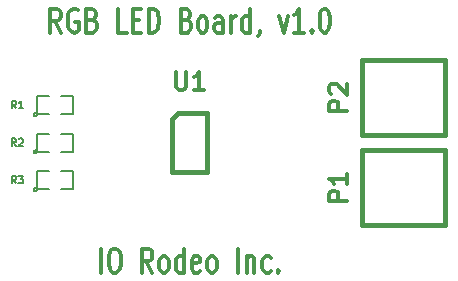
<source format=gto>
G04 (created by PCBNEW-RS274X (2011-07-19)-testing) date Mon 24 Oct 2011 06:07:59 PM PDT*
G01*
G70*
G90*
%MOIN*%
G04 Gerber Fmt 3.4, Leading zero omitted, Abs format*
%FSLAX34Y34*%
G04 APERTURE LIST*
%ADD10C,0.006000*%
%ADD11C,0.012000*%
%ADD12C,0.005000*%
%ADD13C,0.015000*%
G04 APERTURE END LIST*
G54D10*
G54D11*
X56043Y-29324D02*
X56043Y-28524D01*
X56443Y-28524D02*
X56557Y-28524D01*
X56615Y-28562D01*
X56672Y-28638D01*
X56700Y-28790D01*
X56700Y-29057D01*
X56672Y-29210D01*
X56615Y-29286D01*
X56557Y-29324D01*
X56443Y-29324D01*
X56386Y-29286D01*
X56329Y-29210D01*
X56300Y-29057D01*
X56300Y-28790D01*
X56329Y-28638D01*
X56386Y-28562D01*
X56443Y-28524D01*
X57758Y-29324D02*
X57558Y-28943D01*
X57415Y-29324D02*
X57415Y-28524D01*
X57643Y-28524D01*
X57701Y-28562D01*
X57729Y-28600D01*
X57758Y-28676D01*
X57758Y-28790D01*
X57729Y-28867D01*
X57701Y-28905D01*
X57643Y-28943D01*
X57415Y-28943D01*
X58101Y-29324D02*
X58043Y-29286D01*
X58015Y-29248D01*
X57986Y-29171D01*
X57986Y-28943D01*
X58015Y-28867D01*
X58043Y-28829D01*
X58101Y-28790D01*
X58186Y-28790D01*
X58243Y-28829D01*
X58272Y-28867D01*
X58301Y-28943D01*
X58301Y-29171D01*
X58272Y-29248D01*
X58243Y-29286D01*
X58186Y-29324D01*
X58101Y-29324D01*
X58815Y-29324D02*
X58815Y-28524D01*
X58815Y-29286D02*
X58758Y-29324D01*
X58644Y-29324D01*
X58586Y-29286D01*
X58558Y-29248D01*
X58529Y-29171D01*
X58529Y-28943D01*
X58558Y-28867D01*
X58586Y-28829D01*
X58644Y-28790D01*
X58758Y-28790D01*
X58815Y-28829D01*
X59329Y-29286D02*
X59272Y-29324D01*
X59158Y-29324D01*
X59101Y-29286D01*
X59072Y-29210D01*
X59072Y-28905D01*
X59101Y-28829D01*
X59158Y-28790D01*
X59272Y-28790D01*
X59329Y-28829D01*
X59358Y-28905D01*
X59358Y-28981D01*
X59072Y-29057D01*
X59701Y-29324D02*
X59643Y-29286D01*
X59615Y-29248D01*
X59586Y-29171D01*
X59586Y-28943D01*
X59615Y-28867D01*
X59643Y-28829D01*
X59701Y-28790D01*
X59786Y-28790D01*
X59843Y-28829D01*
X59872Y-28867D01*
X59901Y-28943D01*
X59901Y-29171D01*
X59872Y-29248D01*
X59843Y-29286D01*
X59786Y-29324D01*
X59701Y-29324D01*
X60615Y-29324D02*
X60615Y-28524D01*
X60901Y-28790D02*
X60901Y-29324D01*
X60901Y-28867D02*
X60929Y-28829D01*
X60987Y-28790D01*
X61072Y-28790D01*
X61129Y-28829D01*
X61158Y-28905D01*
X61158Y-29324D01*
X61701Y-29286D02*
X61644Y-29324D01*
X61530Y-29324D01*
X61472Y-29286D01*
X61444Y-29248D01*
X61415Y-29171D01*
X61415Y-28943D01*
X61444Y-28867D01*
X61472Y-28829D01*
X61530Y-28790D01*
X61644Y-28790D01*
X61701Y-28829D01*
X61958Y-29248D02*
X61986Y-29286D01*
X61958Y-29324D01*
X61929Y-29286D01*
X61958Y-29248D01*
X61958Y-29324D01*
X54701Y-21324D02*
X54501Y-20943D01*
X54358Y-21324D02*
X54358Y-20524D01*
X54586Y-20524D01*
X54644Y-20562D01*
X54672Y-20600D01*
X54701Y-20676D01*
X54701Y-20790D01*
X54672Y-20867D01*
X54644Y-20905D01*
X54586Y-20943D01*
X54358Y-20943D01*
X55272Y-20562D02*
X55215Y-20524D01*
X55129Y-20524D01*
X55044Y-20562D01*
X54986Y-20638D01*
X54958Y-20714D01*
X54929Y-20867D01*
X54929Y-20981D01*
X54958Y-21133D01*
X54986Y-21210D01*
X55044Y-21286D01*
X55129Y-21324D01*
X55186Y-21324D01*
X55272Y-21286D01*
X55301Y-21248D01*
X55301Y-20981D01*
X55186Y-20981D01*
X55758Y-20905D02*
X55844Y-20943D01*
X55872Y-20981D01*
X55901Y-21057D01*
X55901Y-21171D01*
X55872Y-21248D01*
X55844Y-21286D01*
X55786Y-21324D01*
X55558Y-21324D01*
X55558Y-20524D01*
X55758Y-20524D01*
X55815Y-20562D01*
X55844Y-20600D01*
X55872Y-20676D01*
X55872Y-20752D01*
X55844Y-20829D01*
X55815Y-20867D01*
X55758Y-20905D01*
X55558Y-20905D01*
X56901Y-21324D02*
X56615Y-21324D01*
X56615Y-20524D01*
X57101Y-20905D02*
X57301Y-20905D01*
X57387Y-21324D02*
X57101Y-21324D01*
X57101Y-20524D01*
X57387Y-20524D01*
X57644Y-21324D02*
X57644Y-20524D01*
X57787Y-20524D01*
X57872Y-20562D01*
X57930Y-20638D01*
X57958Y-20714D01*
X57987Y-20867D01*
X57987Y-20981D01*
X57958Y-21133D01*
X57930Y-21210D01*
X57872Y-21286D01*
X57787Y-21324D01*
X57644Y-21324D01*
X58901Y-20905D02*
X58987Y-20943D01*
X59015Y-20981D01*
X59044Y-21057D01*
X59044Y-21171D01*
X59015Y-21248D01*
X58987Y-21286D01*
X58929Y-21324D01*
X58701Y-21324D01*
X58701Y-20524D01*
X58901Y-20524D01*
X58958Y-20562D01*
X58987Y-20600D01*
X59015Y-20676D01*
X59015Y-20752D01*
X58987Y-20829D01*
X58958Y-20867D01*
X58901Y-20905D01*
X58701Y-20905D01*
X59387Y-21324D02*
X59329Y-21286D01*
X59301Y-21248D01*
X59272Y-21171D01*
X59272Y-20943D01*
X59301Y-20867D01*
X59329Y-20829D01*
X59387Y-20790D01*
X59472Y-20790D01*
X59529Y-20829D01*
X59558Y-20867D01*
X59587Y-20943D01*
X59587Y-21171D01*
X59558Y-21248D01*
X59529Y-21286D01*
X59472Y-21324D01*
X59387Y-21324D01*
X60101Y-21324D02*
X60101Y-20905D01*
X60072Y-20829D01*
X60015Y-20790D01*
X59901Y-20790D01*
X59844Y-20829D01*
X60101Y-21286D02*
X60044Y-21324D01*
X59901Y-21324D01*
X59844Y-21286D01*
X59815Y-21210D01*
X59815Y-21133D01*
X59844Y-21057D01*
X59901Y-21019D01*
X60044Y-21019D01*
X60101Y-20981D01*
X60387Y-21324D02*
X60387Y-20790D01*
X60387Y-20943D02*
X60415Y-20867D01*
X60444Y-20829D01*
X60501Y-20790D01*
X60558Y-20790D01*
X61015Y-21324D02*
X61015Y-20524D01*
X61015Y-21286D02*
X60958Y-21324D01*
X60844Y-21324D01*
X60786Y-21286D01*
X60758Y-21248D01*
X60729Y-21171D01*
X60729Y-20943D01*
X60758Y-20867D01*
X60786Y-20829D01*
X60844Y-20790D01*
X60958Y-20790D01*
X61015Y-20829D01*
X61329Y-21286D02*
X61329Y-21324D01*
X61301Y-21400D01*
X61272Y-21438D01*
X61987Y-20790D02*
X62130Y-21324D01*
X62272Y-20790D01*
X62815Y-21324D02*
X62472Y-21324D01*
X62644Y-21324D02*
X62644Y-20524D01*
X62587Y-20638D01*
X62529Y-20714D01*
X62472Y-20752D01*
X63072Y-21248D02*
X63100Y-21286D01*
X63072Y-21324D01*
X63043Y-21286D01*
X63072Y-21248D01*
X63072Y-21324D01*
X63472Y-20524D02*
X63529Y-20524D01*
X63586Y-20562D01*
X63615Y-20600D01*
X63644Y-20676D01*
X63672Y-20829D01*
X63672Y-21019D01*
X63644Y-21171D01*
X63615Y-21248D01*
X63586Y-21286D01*
X63529Y-21324D01*
X63472Y-21324D01*
X63415Y-21286D01*
X63386Y-21248D01*
X63358Y-21171D01*
X63329Y-21019D01*
X63329Y-20829D01*
X63358Y-20676D01*
X63386Y-20600D01*
X63415Y-20562D01*
X63472Y-20524D01*
G54D12*
X53900Y-24050D02*
X53899Y-24059D01*
X53896Y-24069D01*
X53891Y-24077D01*
X53885Y-24085D01*
X53877Y-24091D01*
X53869Y-24096D01*
X53860Y-24098D01*
X53850Y-24099D01*
X53841Y-24099D01*
X53832Y-24096D01*
X53823Y-24091D01*
X53816Y-24085D01*
X53809Y-24078D01*
X53805Y-24069D01*
X53802Y-24060D01*
X53801Y-24050D01*
X53801Y-24041D01*
X53804Y-24032D01*
X53808Y-24023D01*
X53815Y-24016D01*
X53822Y-24009D01*
X53830Y-24005D01*
X53840Y-24002D01*
X53849Y-24001D01*
X53858Y-24001D01*
X53868Y-24004D01*
X53876Y-24008D01*
X53884Y-24014D01*
X53890Y-24022D01*
X53895Y-24030D01*
X53898Y-24039D01*
X53899Y-24049D01*
X53900Y-24050D01*
X54300Y-24050D02*
X53900Y-24050D01*
X53900Y-24050D02*
X53900Y-23450D01*
X53900Y-23450D02*
X54300Y-23450D01*
X54700Y-23450D02*
X55100Y-23450D01*
X55100Y-23450D02*
X55100Y-24050D01*
X55100Y-24050D02*
X54700Y-24050D01*
X53900Y-25300D02*
X53899Y-25309D01*
X53896Y-25319D01*
X53891Y-25327D01*
X53885Y-25335D01*
X53877Y-25341D01*
X53869Y-25346D01*
X53860Y-25348D01*
X53850Y-25349D01*
X53841Y-25349D01*
X53832Y-25346D01*
X53823Y-25341D01*
X53816Y-25335D01*
X53809Y-25328D01*
X53805Y-25319D01*
X53802Y-25310D01*
X53801Y-25300D01*
X53801Y-25291D01*
X53804Y-25282D01*
X53808Y-25273D01*
X53815Y-25266D01*
X53822Y-25259D01*
X53830Y-25255D01*
X53840Y-25252D01*
X53849Y-25251D01*
X53858Y-25251D01*
X53868Y-25254D01*
X53876Y-25258D01*
X53884Y-25264D01*
X53890Y-25272D01*
X53895Y-25280D01*
X53898Y-25289D01*
X53899Y-25299D01*
X53900Y-25300D01*
X54300Y-25300D02*
X53900Y-25300D01*
X53900Y-25300D02*
X53900Y-24700D01*
X53900Y-24700D02*
X54300Y-24700D01*
X54700Y-24700D02*
X55100Y-24700D01*
X55100Y-24700D02*
X55100Y-25300D01*
X55100Y-25300D02*
X54700Y-25300D01*
X53900Y-26550D02*
X53899Y-26559D01*
X53896Y-26569D01*
X53891Y-26577D01*
X53885Y-26585D01*
X53877Y-26591D01*
X53869Y-26596D01*
X53860Y-26598D01*
X53850Y-26599D01*
X53841Y-26599D01*
X53832Y-26596D01*
X53823Y-26591D01*
X53816Y-26585D01*
X53809Y-26578D01*
X53805Y-26569D01*
X53802Y-26560D01*
X53801Y-26550D01*
X53801Y-26541D01*
X53804Y-26532D01*
X53808Y-26523D01*
X53815Y-26516D01*
X53822Y-26509D01*
X53830Y-26505D01*
X53840Y-26502D01*
X53849Y-26501D01*
X53858Y-26501D01*
X53868Y-26504D01*
X53876Y-26508D01*
X53884Y-26514D01*
X53890Y-26522D01*
X53895Y-26530D01*
X53898Y-26539D01*
X53899Y-26549D01*
X53900Y-26550D01*
X54300Y-26550D02*
X53900Y-26550D01*
X53900Y-26550D02*
X53900Y-25950D01*
X53900Y-25950D02*
X54300Y-25950D01*
X54700Y-25950D02*
X55100Y-25950D01*
X55100Y-25950D02*
X55100Y-26550D01*
X55100Y-26550D02*
X54700Y-26550D01*
G54D13*
X64750Y-27750D02*
X67500Y-27750D01*
X64750Y-27750D02*
X64750Y-25250D01*
X64750Y-25250D02*
X67500Y-25250D01*
X67500Y-27750D02*
X67500Y-25250D01*
X64750Y-24750D02*
X67500Y-24750D01*
X64750Y-24750D02*
X64750Y-22250D01*
X64750Y-22250D02*
X67500Y-22250D01*
X67500Y-24750D02*
X67500Y-22250D01*
X59591Y-25984D02*
X58409Y-25984D01*
X58409Y-25984D02*
X58409Y-24213D01*
X58409Y-24213D02*
X58606Y-24016D01*
X58606Y-24016D02*
X59591Y-24016D01*
X59591Y-24016D02*
X59591Y-25984D01*
G54D12*
X53208Y-23851D02*
X53125Y-23732D01*
X53066Y-23851D02*
X53066Y-23601D01*
X53161Y-23601D01*
X53185Y-23613D01*
X53196Y-23625D01*
X53208Y-23649D01*
X53208Y-23685D01*
X53196Y-23708D01*
X53185Y-23720D01*
X53161Y-23732D01*
X53066Y-23732D01*
X53446Y-23851D02*
X53304Y-23851D01*
X53375Y-23851D02*
X53375Y-23601D01*
X53351Y-23637D01*
X53327Y-23661D01*
X53304Y-23673D01*
X53208Y-25101D02*
X53125Y-24982D01*
X53066Y-25101D02*
X53066Y-24851D01*
X53161Y-24851D01*
X53185Y-24863D01*
X53196Y-24875D01*
X53208Y-24899D01*
X53208Y-24935D01*
X53196Y-24958D01*
X53185Y-24970D01*
X53161Y-24982D01*
X53066Y-24982D01*
X53304Y-24875D02*
X53316Y-24863D01*
X53339Y-24851D01*
X53399Y-24851D01*
X53423Y-24863D01*
X53435Y-24875D01*
X53446Y-24899D01*
X53446Y-24923D01*
X53435Y-24958D01*
X53292Y-25101D01*
X53446Y-25101D01*
X53208Y-26351D02*
X53125Y-26232D01*
X53066Y-26351D02*
X53066Y-26101D01*
X53161Y-26101D01*
X53185Y-26113D01*
X53196Y-26125D01*
X53208Y-26149D01*
X53208Y-26185D01*
X53196Y-26208D01*
X53185Y-26220D01*
X53161Y-26232D01*
X53066Y-26232D01*
X53292Y-26101D02*
X53446Y-26101D01*
X53363Y-26196D01*
X53399Y-26196D01*
X53423Y-26208D01*
X53435Y-26220D01*
X53446Y-26244D01*
X53446Y-26304D01*
X53435Y-26327D01*
X53423Y-26339D01*
X53399Y-26351D01*
X53327Y-26351D01*
X53304Y-26339D01*
X53292Y-26327D01*
G54D11*
X64243Y-26942D02*
X63643Y-26942D01*
X63643Y-26714D01*
X63671Y-26656D01*
X63700Y-26628D01*
X63757Y-26599D01*
X63843Y-26599D01*
X63900Y-26628D01*
X63929Y-26656D01*
X63957Y-26714D01*
X63957Y-26942D01*
X64243Y-26028D02*
X64243Y-26371D01*
X64243Y-26199D02*
X63643Y-26199D01*
X63729Y-26256D01*
X63786Y-26314D01*
X63814Y-26371D01*
X64243Y-23942D02*
X63643Y-23942D01*
X63643Y-23714D01*
X63671Y-23656D01*
X63700Y-23628D01*
X63757Y-23599D01*
X63843Y-23599D01*
X63900Y-23628D01*
X63929Y-23656D01*
X63957Y-23714D01*
X63957Y-23942D01*
X63700Y-23371D02*
X63671Y-23342D01*
X63643Y-23285D01*
X63643Y-23142D01*
X63671Y-23085D01*
X63700Y-23056D01*
X63757Y-23028D01*
X63814Y-23028D01*
X63900Y-23056D01*
X64243Y-23399D01*
X64243Y-23028D01*
X58543Y-22643D02*
X58543Y-23129D01*
X58571Y-23186D01*
X58600Y-23214D01*
X58657Y-23243D01*
X58771Y-23243D01*
X58829Y-23214D01*
X58857Y-23186D01*
X58886Y-23129D01*
X58886Y-22643D01*
X59486Y-23243D02*
X59143Y-23243D01*
X59315Y-23243D02*
X59315Y-22643D01*
X59258Y-22729D01*
X59200Y-22786D01*
X59143Y-22814D01*
M02*

</source>
